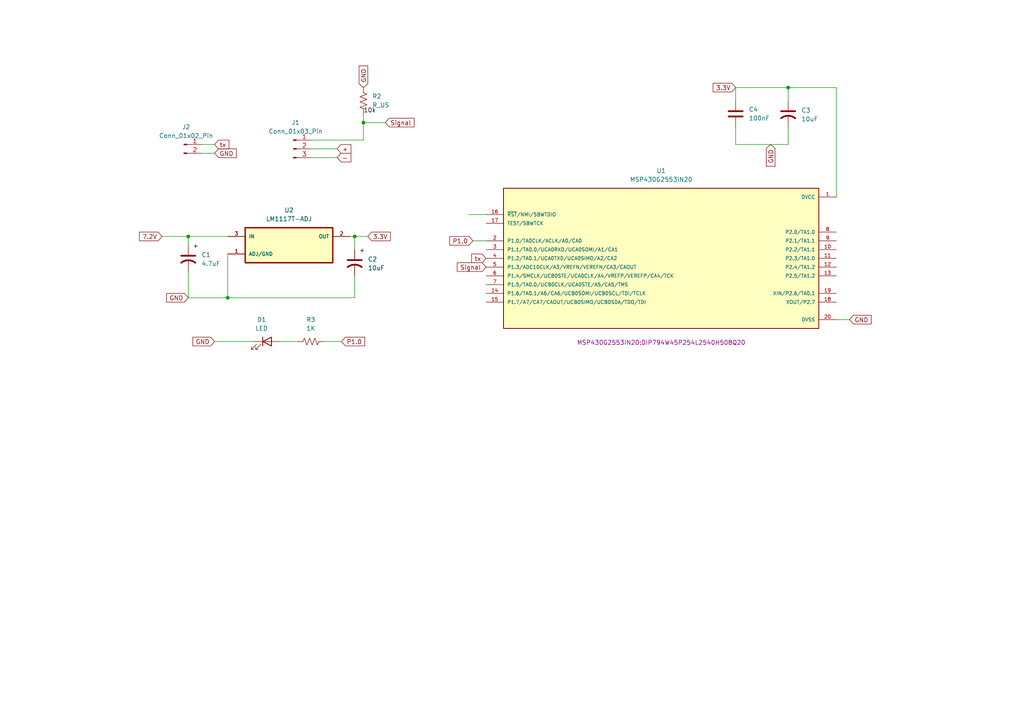
<source format=kicad_sch>
(kicad_sch
	(version 20250114)
	(generator "eeschema")
	(generator_version "9.0")
	(uuid "aa8dd5e5-cd70-4d7b-84d0-dfd98fd0c1b5")
	(paper "A4")
	(lib_symbols
		(symbol "Connector:Conn_01x02_Pin"
			(pin_names
				(offset 1.016)
				(hide yes)
			)
			(exclude_from_sim no)
			(in_bom yes)
			(on_board yes)
			(property "Reference" "J"
				(at 0 2.54 0)
				(effects
					(font
						(size 1.27 1.27)
					)
				)
			)
			(property "Value" "Conn_01x02_Pin"
				(at 0 -5.08 0)
				(effects
					(font
						(size 1.27 1.27)
					)
				)
			)
			(property "Footprint" ""
				(at 0 0 0)
				(effects
					(font
						(size 1.27 1.27)
					)
					(hide yes)
				)
			)
			(property "Datasheet" "~"
				(at 0 0 0)
				(effects
					(font
						(size 1.27 1.27)
					)
					(hide yes)
				)
			)
			(property "Description" "Generic connector, single row, 01x02, script generated"
				(at 0 0 0)
				(effects
					(font
						(size 1.27 1.27)
					)
					(hide yes)
				)
			)
			(property "ki_locked" ""
				(at 0 0 0)
				(effects
					(font
						(size 1.27 1.27)
					)
				)
			)
			(property "ki_keywords" "connector"
				(at 0 0 0)
				(effects
					(font
						(size 1.27 1.27)
					)
					(hide yes)
				)
			)
			(property "ki_fp_filters" "Connector*:*_1x??_*"
				(at 0 0 0)
				(effects
					(font
						(size 1.27 1.27)
					)
					(hide yes)
				)
			)
			(symbol "Conn_01x02_Pin_1_1"
				(rectangle
					(start 0.8636 0.127)
					(end 0 -0.127)
					(stroke
						(width 0.1524)
						(type default)
					)
					(fill
						(type outline)
					)
				)
				(rectangle
					(start 0.8636 -2.413)
					(end 0 -2.667)
					(stroke
						(width 0.1524)
						(type default)
					)
					(fill
						(type outline)
					)
				)
				(polyline
					(pts
						(xy 1.27 0) (xy 0.8636 0)
					)
					(stroke
						(width 0.1524)
						(type default)
					)
					(fill
						(type none)
					)
				)
				(polyline
					(pts
						(xy 1.27 -2.54) (xy 0.8636 -2.54)
					)
					(stroke
						(width 0.1524)
						(type default)
					)
					(fill
						(type none)
					)
				)
				(pin passive line
					(at 5.08 0 180)
					(length 3.81)
					(name "Pin_1"
						(effects
							(font
								(size 1.27 1.27)
							)
						)
					)
					(number "1"
						(effects
							(font
								(size 1.27 1.27)
							)
						)
					)
				)
				(pin passive line
					(at 5.08 -2.54 180)
					(length 3.81)
					(name "Pin_2"
						(effects
							(font
								(size 1.27 1.27)
							)
						)
					)
					(number "2"
						(effects
							(font
								(size 1.27 1.27)
							)
						)
					)
				)
			)
			(embedded_fonts no)
		)
		(symbol "Connector:Conn_01x03_Pin"
			(pin_names
				(offset 1.016)
				(hide yes)
			)
			(exclude_from_sim no)
			(in_bom yes)
			(on_board yes)
			(property "Reference" "J"
				(at 0 5.08 0)
				(effects
					(font
						(size 1.27 1.27)
					)
				)
			)
			(property "Value" "Conn_01x03_Pin"
				(at 0 -5.08 0)
				(effects
					(font
						(size 1.27 1.27)
					)
				)
			)
			(property "Footprint" ""
				(at 0 0 0)
				(effects
					(font
						(size 1.27 1.27)
					)
					(hide yes)
				)
			)
			(property "Datasheet" "~"
				(at 0 0 0)
				(effects
					(font
						(size 1.27 1.27)
					)
					(hide yes)
				)
			)
			(property "Description" "Generic connector, single row, 01x03, script generated"
				(at 0 0 0)
				(effects
					(font
						(size 1.27 1.27)
					)
					(hide yes)
				)
			)
			(property "ki_locked" ""
				(at 0 0 0)
				(effects
					(font
						(size 1.27 1.27)
					)
				)
			)
			(property "ki_keywords" "connector"
				(at 0 0 0)
				(effects
					(font
						(size 1.27 1.27)
					)
					(hide yes)
				)
			)
			(property "ki_fp_filters" "Connector*:*_1x??_*"
				(at 0 0 0)
				(effects
					(font
						(size 1.27 1.27)
					)
					(hide yes)
				)
			)
			(symbol "Conn_01x03_Pin_1_1"
				(rectangle
					(start 0.8636 2.667)
					(end 0 2.413)
					(stroke
						(width 0.1524)
						(type default)
					)
					(fill
						(type outline)
					)
				)
				(rectangle
					(start 0.8636 0.127)
					(end 0 -0.127)
					(stroke
						(width 0.1524)
						(type default)
					)
					(fill
						(type outline)
					)
				)
				(rectangle
					(start 0.8636 -2.413)
					(end 0 -2.667)
					(stroke
						(width 0.1524)
						(type default)
					)
					(fill
						(type outline)
					)
				)
				(polyline
					(pts
						(xy 1.27 2.54) (xy 0.8636 2.54)
					)
					(stroke
						(width 0.1524)
						(type default)
					)
					(fill
						(type none)
					)
				)
				(polyline
					(pts
						(xy 1.27 0) (xy 0.8636 0)
					)
					(stroke
						(width 0.1524)
						(type default)
					)
					(fill
						(type none)
					)
				)
				(polyline
					(pts
						(xy 1.27 -2.54) (xy 0.8636 -2.54)
					)
					(stroke
						(width 0.1524)
						(type default)
					)
					(fill
						(type none)
					)
				)
				(pin passive line
					(at 5.08 2.54 180)
					(length 3.81)
					(name "Pin_1"
						(effects
							(font
								(size 1.27 1.27)
							)
						)
					)
					(number "1"
						(effects
							(font
								(size 1.27 1.27)
							)
						)
					)
				)
				(pin passive line
					(at 5.08 0 180)
					(length 3.81)
					(name "Pin_2"
						(effects
							(font
								(size 1.27 1.27)
							)
						)
					)
					(number "2"
						(effects
							(font
								(size 1.27 1.27)
							)
						)
					)
				)
				(pin passive line
					(at 5.08 -2.54 180)
					(length 3.81)
					(name "Pin_3"
						(effects
							(font
								(size 1.27 1.27)
							)
						)
					)
					(number "3"
						(effects
							(font
								(size 1.27 1.27)
							)
						)
					)
				)
			)
			(embedded_fonts no)
		)
		(symbol "Device:C"
			(pin_numbers
				(hide yes)
			)
			(pin_names
				(offset 0.254)
			)
			(exclude_from_sim no)
			(in_bom yes)
			(on_board yes)
			(property "Reference" "C"
				(at 0.635 2.54 0)
				(effects
					(font
						(size 1.27 1.27)
					)
					(justify left)
				)
			)
			(property "Value" "C"
				(at 0.635 -2.54 0)
				(effects
					(font
						(size 1.27 1.27)
					)
					(justify left)
				)
			)
			(property "Footprint" ""
				(at 0.9652 -3.81 0)
				(effects
					(font
						(size 1.27 1.27)
					)
					(hide yes)
				)
			)
			(property "Datasheet" "~"
				(at 0 0 0)
				(effects
					(font
						(size 1.27 1.27)
					)
					(hide yes)
				)
			)
			(property "Description" "Unpolarized capacitor"
				(at 0 0 0)
				(effects
					(font
						(size 1.27 1.27)
					)
					(hide yes)
				)
			)
			(property "ki_keywords" "cap capacitor"
				(at 0 0 0)
				(effects
					(font
						(size 1.27 1.27)
					)
					(hide yes)
				)
			)
			(property "ki_fp_filters" "C_*"
				(at 0 0 0)
				(effects
					(font
						(size 1.27 1.27)
					)
					(hide yes)
				)
			)
			(symbol "C_0_1"
				(polyline
					(pts
						(xy -2.032 0.762) (xy 2.032 0.762)
					)
					(stroke
						(width 0.508)
						(type default)
					)
					(fill
						(type none)
					)
				)
				(polyline
					(pts
						(xy -2.032 -0.762) (xy 2.032 -0.762)
					)
					(stroke
						(width 0.508)
						(type default)
					)
					(fill
						(type none)
					)
				)
			)
			(symbol "C_1_1"
				(pin passive line
					(at 0 3.81 270)
					(length 2.794)
					(name "~"
						(effects
							(font
								(size 1.27 1.27)
							)
						)
					)
					(number "1"
						(effects
							(font
								(size 1.27 1.27)
							)
						)
					)
				)
				(pin passive line
					(at 0 -3.81 90)
					(length 2.794)
					(name "~"
						(effects
							(font
								(size 1.27 1.27)
							)
						)
					)
					(number "2"
						(effects
							(font
								(size 1.27 1.27)
							)
						)
					)
				)
			)
			(embedded_fonts no)
		)
		(symbol "Device:C_US"
			(pin_numbers
				(hide yes)
			)
			(pin_names
				(offset 0.254)
				(hide yes)
			)
			(exclude_from_sim no)
			(in_bom yes)
			(on_board yes)
			(property "Reference" "C"
				(at 0.635 2.54 0)
				(effects
					(font
						(size 1.27 1.27)
					)
					(justify left)
				)
			)
			(property "Value" "C_US"
				(at 0.635 -2.54 0)
				(effects
					(font
						(size 1.27 1.27)
					)
					(justify left)
				)
			)
			(property "Footprint" ""
				(at 0 0 0)
				(effects
					(font
						(size 1.27 1.27)
					)
					(hide yes)
				)
			)
			(property "Datasheet" ""
				(at 0 0 0)
				(effects
					(font
						(size 1.27 1.27)
					)
					(hide yes)
				)
			)
			(property "Description" "capacitor, US symbol"
				(at 0 0 0)
				(effects
					(font
						(size 1.27 1.27)
					)
					(hide yes)
				)
			)
			(property "ki_keywords" "cap capacitor"
				(at 0 0 0)
				(effects
					(font
						(size 1.27 1.27)
					)
					(hide yes)
				)
			)
			(property "ki_fp_filters" "C_*"
				(at 0 0 0)
				(effects
					(font
						(size 1.27 1.27)
					)
					(hide yes)
				)
			)
			(symbol "C_US_0_1"
				(polyline
					(pts
						(xy -2.032 0.762) (xy 2.032 0.762)
					)
					(stroke
						(width 0.508)
						(type default)
					)
					(fill
						(type none)
					)
				)
				(arc
					(start -2.032 -1.27)
					(mid 0 -0.5572)
					(end 2.032 -1.27)
					(stroke
						(width 0.508)
						(type default)
					)
					(fill
						(type none)
					)
				)
			)
			(symbol "C_US_1_1"
				(pin passive line
					(at 0 3.81 270)
					(length 2.794)
					(name "~"
						(effects
							(font
								(size 1.27 1.27)
							)
						)
					)
					(number "1"
						(effects
							(font
								(size 1.27 1.27)
							)
						)
					)
				)
				(pin passive line
					(at 0 -3.81 90)
					(length 3.302)
					(name "~"
						(effects
							(font
								(size 1.27 1.27)
							)
						)
					)
					(number "2"
						(effects
							(font
								(size 1.27 1.27)
							)
						)
					)
				)
			)
			(embedded_fonts no)
		)
		(symbol "Device:LED"
			(pin_numbers
				(hide yes)
			)
			(pin_names
				(offset 1.016)
				(hide yes)
			)
			(exclude_from_sim no)
			(in_bom yes)
			(on_board yes)
			(property "Reference" "D"
				(at 0 2.54 0)
				(effects
					(font
						(size 1.27 1.27)
					)
				)
			)
			(property "Value" "LED"
				(at 0 -2.54 0)
				(effects
					(font
						(size 1.27 1.27)
					)
				)
			)
			(property "Footprint" ""
				(at 0 0 0)
				(effects
					(font
						(size 1.27 1.27)
					)
					(hide yes)
				)
			)
			(property "Datasheet" "~"
				(at 0 0 0)
				(effects
					(font
						(size 1.27 1.27)
					)
					(hide yes)
				)
			)
			(property "Description" "Light emitting diode"
				(at 0 0 0)
				(effects
					(font
						(size 1.27 1.27)
					)
					(hide yes)
				)
			)
			(property "Sim.Pins" "1=K 2=A"
				(at 0 0 0)
				(effects
					(font
						(size 1.27 1.27)
					)
					(hide yes)
				)
			)
			(property "ki_keywords" "LED diode"
				(at 0 0 0)
				(effects
					(font
						(size 1.27 1.27)
					)
					(hide yes)
				)
			)
			(property "ki_fp_filters" "LED* LED_SMD:* LED_THT:*"
				(at 0 0 0)
				(effects
					(font
						(size 1.27 1.27)
					)
					(hide yes)
				)
			)
			(symbol "LED_0_1"
				(polyline
					(pts
						(xy -3.048 -0.762) (xy -4.572 -2.286) (xy -3.81 -2.286) (xy -4.572 -2.286) (xy -4.572 -1.524)
					)
					(stroke
						(width 0)
						(type default)
					)
					(fill
						(type none)
					)
				)
				(polyline
					(pts
						(xy -1.778 -0.762) (xy -3.302 -2.286) (xy -2.54 -2.286) (xy -3.302 -2.286) (xy -3.302 -1.524)
					)
					(stroke
						(width 0)
						(type default)
					)
					(fill
						(type none)
					)
				)
				(polyline
					(pts
						(xy -1.27 0) (xy 1.27 0)
					)
					(stroke
						(width 0)
						(type default)
					)
					(fill
						(type none)
					)
				)
				(polyline
					(pts
						(xy -1.27 -1.27) (xy -1.27 1.27)
					)
					(stroke
						(width 0.254)
						(type default)
					)
					(fill
						(type none)
					)
				)
				(polyline
					(pts
						(xy 1.27 -1.27) (xy 1.27 1.27) (xy -1.27 0) (xy 1.27 -1.27)
					)
					(stroke
						(width 0.254)
						(type default)
					)
					(fill
						(type none)
					)
				)
			)
			(symbol "LED_1_1"
				(pin passive line
					(at -3.81 0 0)
					(length 2.54)
					(name "K"
						(effects
							(font
								(size 1.27 1.27)
							)
						)
					)
					(number "1"
						(effects
							(font
								(size 1.27 1.27)
							)
						)
					)
				)
				(pin passive line
					(at 3.81 0 180)
					(length 2.54)
					(name "A"
						(effects
							(font
								(size 1.27 1.27)
							)
						)
					)
					(number "2"
						(effects
							(font
								(size 1.27 1.27)
							)
						)
					)
				)
			)
			(embedded_fonts no)
		)
		(symbol "Device:R_US"
			(pin_numbers
				(hide yes)
			)
			(pin_names
				(offset 0)
			)
			(exclude_from_sim no)
			(in_bom yes)
			(on_board yes)
			(property "Reference" "R"
				(at 2.54 0 90)
				(effects
					(font
						(size 1.27 1.27)
					)
				)
			)
			(property "Value" "R_US"
				(at -2.54 0 90)
				(effects
					(font
						(size 1.27 1.27)
					)
				)
			)
			(property "Footprint" ""
				(at 1.016 -0.254 90)
				(effects
					(font
						(size 1.27 1.27)
					)
					(hide yes)
				)
			)
			(property "Datasheet" "~"
				(at 0 0 0)
				(effects
					(font
						(size 1.27 1.27)
					)
					(hide yes)
				)
			)
			(property "Description" "Resistor, US symbol"
				(at 0 0 0)
				(effects
					(font
						(size 1.27 1.27)
					)
					(hide yes)
				)
			)
			(property "ki_keywords" "R res resistor"
				(at 0 0 0)
				(effects
					(font
						(size 1.27 1.27)
					)
					(hide yes)
				)
			)
			(property "ki_fp_filters" "R_*"
				(at 0 0 0)
				(effects
					(font
						(size 1.27 1.27)
					)
					(hide yes)
				)
			)
			(symbol "R_US_0_1"
				(polyline
					(pts
						(xy 0 2.286) (xy 0 2.54)
					)
					(stroke
						(width 0)
						(type default)
					)
					(fill
						(type none)
					)
				)
				(polyline
					(pts
						(xy 0 2.286) (xy 1.016 1.905) (xy 0 1.524) (xy -1.016 1.143) (xy 0 0.762)
					)
					(stroke
						(width 0)
						(type default)
					)
					(fill
						(type none)
					)
				)
				(polyline
					(pts
						(xy 0 0.762) (xy 1.016 0.381) (xy 0 0) (xy -1.016 -0.381) (xy 0 -0.762)
					)
					(stroke
						(width 0)
						(type default)
					)
					(fill
						(type none)
					)
				)
				(polyline
					(pts
						(xy 0 -0.762) (xy 1.016 -1.143) (xy 0 -1.524) (xy -1.016 -1.905) (xy 0 -2.286)
					)
					(stroke
						(width 0)
						(type default)
					)
					(fill
						(type none)
					)
				)
				(polyline
					(pts
						(xy 0 -2.286) (xy 0 -2.54)
					)
					(stroke
						(width 0)
						(type default)
					)
					(fill
						(type none)
					)
				)
			)
			(symbol "R_US_1_1"
				(pin passive line
					(at 0 3.81 270)
					(length 1.27)
					(name "~"
						(effects
							(font
								(size 1.27 1.27)
							)
						)
					)
					(number "1"
						(effects
							(font
								(size 1.27 1.27)
							)
						)
					)
				)
				(pin passive line
					(at 0 -3.81 90)
					(length 1.27)
					(name "~"
						(effects
							(font
								(size 1.27 1.27)
							)
						)
					)
					(number "2"
						(effects
							(font
								(size 1.27 1.27)
							)
						)
					)
				)
			)
			(embedded_fonts no)
		)
		(symbol "LM1117T-ADJ:LM1117T-ADJ"
			(pin_names
				(offset 1.016)
			)
			(exclude_from_sim no)
			(in_bom yes)
			(on_board yes)
			(property "Reference" "U"
				(at -12.7 6.08 0)
				(effects
					(font
						(size 1.27 1.27)
					)
					(justify left bottom)
				)
			)
			(property "Value" "LM1117T-ADJ"
				(at -12.7 -9.08 0)
				(effects
					(font
						(size 1.27 1.27)
					)
					(justify left bottom)
				)
			)
			(property "Footprint" "LM1117T-ADJ:TO254P1054X470X1955-3"
				(at 0 0 0)
				(effects
					(font
						(size 1.27 1.27)
					)
					(justify bottom)
					(hide yes)
				)
			)
			(property "Datasheet" ""
				(at 0 0 0)
				(effects
					(font
						(size 1.27 1.27)
					)
					(hide yes)
				)
			)
			(property "Description" ""
				(at 0 0 0)
				(effects
					(font
						(size 1.27 1.27)
					)
					(hide yes)
				)
			)
			(property "MF" "Texas Instruments"
				(at 0 0 0)
				(effects
					(font
						(size 1.27 1.27)
					)
					(justify bottom)
					(hide yes)
				)
			)
			(property "Description_1" "800-mA 15-V linear voltage regulator"
				(at 0 0 0)
				(effects
					(font
						(size 1.27 1.27)
					)
					(justify bottom)
					(hide yes)
				)
			)
			(property "Package" "TO-220-3 Texas Instruments"
				(at 0 0 0)
				(effects
					(font
						(size 1.27 1.27)
					)
					(justify bottom)
					(hide yes)
				)
			)
			(property "Price" "None"
				(at 0 0 0)
				(effects
					(font
						(size 1.27 1.27)
					)
					(justify bottom)
					(hide yes)
				)
			)
			(property "SnapEDA_Link" "https://www.snapeda.com/parts/LM1117T-ADJ/NOPB/Texas+Instruments/view-part/?ref=snap"
				(at 0 0 0)
				(effects
					(font
						(size 1.27 1.27)
					)
					(justify bottom)
					(hide yes)
				)
			)
			(property "MP" "LM1117T-ADJ/NOPB"
				(at 0 0 0)
				(effects
					(font
						(size 1.27 1.27)
					)
					(justify bottom)
					(hide yes)
				)
			)
			(property "Availability" "In Stock"
				(at 0 0 0)
				(effects
					(font
						(size 1.27 1.27)
					)
					(justify bottom)
					(hide yes)
				)
			)
			(property "Check_prices" "https://www.snapeda.com/parts/LM1117T-ADJ/NOPB/Texas+Instruments/view-part/?ref=eda"
				(at 0 0 0)
				(effects
					(font
						(size 1.27 1.27)
					)
					(justify bottom)
					(hide yes)
				)
			)
			(symbol "LM1117T-ADJ_0_0"
				(rectangle
					(start -12.7 -5.08)
					(end 12.7 5.08)
					(stroke
						(width 0.41)
						(type default)
					)
					(fill
						(type background)
					)
				)
				(pin input line
					(at -17.78 2.54 0)
					(length 5.08)
					(name "IN"
						(effects
							(font
								(size 1.016 1.016)
							)
						)
					)
					(number "3"
						(effects
							(font
								(size 1.016 1.016)
							)
						)
					)
				)
				(pin bidirectional line
					(at -17.78 -2.54 0)
					(length 5.08)
					(name "ADJ/GND"
						(effects
							(font
								(size 1.016 1.016)
							)
						)
					)
					(number "1"
						(effects
							(font
								(size 1.016 1.016)
							)
						)
					)
				)
				(pin output line
					(at 17.78 2.54 180)
					(length 5.08)
					(name "OUT"
						(effects
							(font
								(size 1.016 1.016)
							)
						)
					)
					(number "2"
						(effects
							(font
								(size 1.016 1.016)
							)
						)
					)
				)
			)
			(embedded_fonts no)
		)
		(symbol "MSP430G2553IN20:MSP430G2553IN20"
			(pin_names
				(offset 1.016)
			)
			(exclude_from_sim no)
			(in_bom yes)
			(on_board yes)
			(property "Reference" "U"
				(at -45.928 21.3908 0)
				(effects
					(font
						(size 1.27 1.27)
					)
					(justify left bottom)
				)
			)
			(property "Value" "MSP430G2553IN20"
				(at -45.7672 -24.3399 0)
				(effects
					(font
						(size 1.27 1.27)
					)
					(justify left bottom)
				)
			)
			(property "Footprint" "MSP430G2553IN20:DIP794W45P254L2540H508Q20"
				(at 0 0 0)
				(effects
					(font
						(size 1.27 1.27)
					)
					(justify bottom)
					(hide yes)
				)
			)
			(property "Datasheet" ""
				(at 0 0 0)
				(effects
					(font
						(size 1.27 1.27)
					)
					(hide yes)
				)
			)
			(property "Description" ""
				(at 0 0 0)
				(effects
					(font
						(size 1.27 1.27)
					)
					(hide yes)
				)
			)
			(property "MF" "Texas Instruments"
				(at 0 0 0)
				(effects
					(font
						(size 1.27 1.27)
					)
					(justify bottom)
					(hide yes)
				)
			)
			(property "MAXIMUM_PACKAGE_HEIGHT" "5.08 mm"
				(at 0 0 0)
				(effects
					(font
						(size 1.27 1.27)
					)
					(justify bottom)
					(hide yes)
				)
			)
			(property "Package" "PDIP-20 Texas Instruments"
				(at 0 0 0)
				(effects
					(font
						(size 1.27 1.27)
					)
					(justify bottom)
					(hide yes)
				)
			)
			(property "Price" "None"
				(at 0 0 0)
				(effects
					(font
						(size 1.27 1.27)
					)
					(justify bottom)
					(hide yes)
				)
			)
			(property "Check_prices" "https://www.snapeda.com/parts/MSP430G2553IN20/Texas+Instruments/view-part/?ref=eda"
				(at 0 0 0)
				(effects
					(font
						(size 1.27 1.27)
					)
					(justify bottom)
					(hide yes)
				)
			)
			(property "STANDARD" "IPC-7351B"
				(at 0 0 0)
				(effects
					(font
						(size 1.27 1.27)
					)
					(justify bottom)
					(hide yes)
				)
			)
			(property "PARTREV" "MAY 2013"
				(at 0 0 0)
				(effects
					(font
						(size 1.27 1.27)
					)
					(justify bottom)
					(hide yes)
				)
			)
			(property "SnapEDA_Link" "https://www.snapeda.com/parts/MSP430G2553IN20/Texas+Instruments/view-part/?ref=snap"
				(at 0 0 0)
				(effects
					(font
						(size 1.27 1.27)
					)
					(justify bottom)
					(hide yes)
				)
			)
			(property "MP" "MSP430G2553IN20"
				(at 0 0 0)
				(effects
					(font
						(size 1.27 1.27)
					)
					(justify bottom)
					(hide yes)
				)
			)
			(property "Description_1" "16 MHz MCU with 16KB Flash, 512B SRAM, comparator, UART/SPI/I2C, timer"
				(at 0 0 0)
				(effects
					(font
						(size 1.27 1.27)
					)
					(justify bottom)
					(hide yes)
				)
			)
			(property "Availability" "In Stock"
				(at 0 0 0)
				(effects
					(font
						(size 1.27 1.27)
					)
					(justify bottom)
					(hide yes)
				)
			)
			(property "MANUFACTURER" "Texas Instruments"
				(at 0 0 0)
				(effects
					(font
						(size 1.27 1.27)
					)
					(justify bottom)
					(hide yes)
				)
			)
			(symbol "MSP430G2553IN20_0_0"
				(rectangle
					(start -45.72 -20.32)
					(end 45.72 20.32)
					(stroke
						(width 0.254)
						(type default)
					)
					(fill
						(type background)
					)
				)
				(pin input line
					(at -50.8 12.7 0)
					(length 5.08)
					(name "~{RST}/NMI/SBWTDIO"
						(effects
							(font
								(size 1.016 1.016)
							)
						)
					)
					(number "16"
						(effects
							(font
								(size 1.016 1.016)
							)
						)
					)
				)
				(pin input line
					(at -50.8 10.16 0)
					(length 5.08)
					(name "TEST/SBWTCK"
						(effects
							(font
								(size 1.016 1.016)
							)
						)
					)
					(number "17"
						(effects
							(font
								(size 1.016 1.016)
							)
						)
					)
				)
				(pin bidirectional line
					(at -50.8 5.08 0)
					(length 5.08)
					(name "P1.0/TA0CLK/ACLK/A0/CA0"
						(effects
							(font
								(size 1.016 1.016)
							)
						)
					)
					(number "2"
						(effects
							(font
								(size 1.016 1.016)
							)
						)
					)
				)
				(pin bidirectional line
					(at -50.8 2.54 0)
					(length 5.08)
					(name "P1.1/TA0.0/UCA0RXD/UCA0SOMI/A1/CA1"
						(effects
							(font
								(size 1.016 1.016)
							)
						)
					)
					(number "3"
						(effects
							(font
								(size 1.016 1.016)
							)
						)
					)
				)
				(pin bidirectional line
					(at -50.8 0 0)
					(length 5.08)
					(name "P1.2/TA0.1/UCA0TXD/UCA0SIMO/A2/CA2"
						(effects
							(font
								(size 1.016 1.016)
							)
						)
					)
					(number "4"
						(effects
							(font
								(size 1.016 1.016)
							)
						)
					)
				)
				(pin bidirectional line
					(at -50.8 -2.54 0)
					(length 5.08)
					(name "P1.3/ADC10CLK/A3/VREFN/VEREFN/CA3/CAOUT"
						(effects
							(font
								(size 1.016 1.016)
							)
						)
					)
					(number "5"
						(effects
							(font
								(size 1.016 1.016)
							)
						)
					)
				)
				(pin bidirectional line
					(at -50.8 -5.08 0)
					(length 5.08)
					(name "P1.4/SMCLK/UCB0STE/UCA0CLK/A4/VREFP/VEREFP/CA4/TCK"
						(effects
							(font
								(size 1.016 1.016)
							)
						)
					)
					(number "6"
						(effects
							(font
								(size 1.016 1.016)
							)
						)
					)
				)
				(pin bidirectional line
					(at -50.8 -7.62 0)
					(length 5.08)
					(name "P1.5/TA0.0/UCB0CLK/UCA0STE/A5/CA5/TMS"
						(effects
							(font
								(size 1.016 1.016)
							)
						)
					)
					(number "7"
						(effects
							(font
								(size 1.016 1.016)
							)
						)
					)
				)
				(pin bidirectional line
					(at -50.8 -10.16 0)
					(length 5.08)
					(name "P1.6/TA0.1/A6/CA6/UCB0SOMI/UCB0SCL/TDI/TCLK"
						(effects
							(font
								(size 1.016 1.016)
							)
						)
					)
					(number "14"
						(effects
							(font
								(size 1.016 1.016)
							)
						)
					)
				)
				(pin bidirectional line
					(at -50.8 -12.7 0)
					(length 5.08)
					(name "P1.7/A7/CA7/CAOUT/UCB0SIMO/UCB0SDA/TDO/TDI"
						(effects
							(font
								(size 1.016 1.016)
							)
						)
					)
					(number "15"
						(effects
							(font
								(size 1.016 1.016)
							)
						)
					)
				)
				(pin power_in line
					(at 50.8 17.78 180)
					(length 5.08)
					(name "DVCC"
						(effects
							(font
								(size 1.016 1.016)
							)
						)
					)
					(number "1"
						(effects
							(font
								(size 1.016 1.016)
							)
						)
					)
				)
				(pin bidirectional line
					(at 50.8 7.62 180)
					(length 5.08)
					(name "P2.0/TA1.0"
						(effects
							(font
								(size 1.016 1.016)
							)
						)
					)
					(number "8"
						(effects
							(font
								(size 1.016 1.016)
							)
						)
					)
				)
				(pin bidirectional line
					(at 50.8 5.08 180)
					(length 5.08)
					(name "P2.1/TA1.1"
						(effects
							(font
								(size 1.016 1.016)
							)
						)
					)
					(number "9"
						(effects
							(font
								(size 1.016 1.016)
							)
						)
					)
				)
				(pin bidirectional line
					(at 50.8 2.54 180)
					(length 5.08)
					(name "P2.2/TA1.1"
						(effects
							(font
								(size 1.016 1.016)
							)
						)
					)
					(number "10"
						(effects
							(font
								(size 1.016 1.016)
							)
						)
					)
				)
				(pin bidirectional line
					(at 50.8 0 180)
					(length 5.08)
					(name "P2.3/TA1.0"
						(effects
							(font
								(size 1.016 1.016)
							)
						)
					)
					(number "11"
						(effects
							(font
								(size 1.016 1.016)
							)
						)
					)
				)
				(pin bidirectional line
					(at 50.8 -2.54 180)
					(length 5.08)
					(name "P2.4/TA1.2"
						(effects
							(font
								(size 1.016 1.016)
							)
						)
					)
					(number "12"
						(effects
							(font
								(size 1.016 1.016)
							)
						)
					)
				)
				(pin bidirectional line
					(at 50.8 -5.08 180)
					(length 5.08)
					(name "P2.5/TA1.2"
						(effects
							(font
								(size 1.016 1.016)
							)
						)
					)
					(number "13"
						(effects
							(font
								(size 1.016 1.016)
							)
						)
					)
				)
				(pin bidirectional line
					(at 50.8 -10.16 180)
					(length 5.08)
					(name "XIN/P2.6/TA0.1"
						(effects
							(font
								(size 1.016 1.016)
							)
						)
					)
					(number "19"
						(effects
							(font
								(size 1.016 1.016)
							)
						)
					)
				)
				(pin bidirectional line
					(at 50.8 -12.7 180)
					(length 5.08)
					(name "XOUT/P2.7"
						(effects
							(font
								(size 1.016 1.016)
							)
						)
					)
					(number "18"
						(effects
							(font
								(size 1.016 1.016)
							)
						)
					)
				)
				(pin power_in line
					(at 50.8 -17.78 180)
					(length 5.08)
					(name "DVSS"
						(effects
							(font
								(size 1.016 1.016)
							)
						)
					)
					(number "20"
						(effects
							(font
								(size 1.016 1.016)
							)
						)
					)
				)
			)
			(embedded_fonts no)
		)
	)
	(junction
		(at 66.04 86.36)
		(diameter 0)
		(color 0 0 0 0)
		(uuid "444192eb-a0a4-47df-afe6-b770959794fd")
	)
	(junction
		(at 102.87 68.58)
		(diameter 0)
		(color 0 0 0 0)
		(uuid "5366fa0f-680a-4d27-9606-c67f85a4c79c")
	)
	(junction
		(at 228.6 25.4)
		(diameter 0)
		(color 0 0 0 0)
		(uuid "8738a528-e577-4baa-a954-dc5c1eb4a721")
	)
	(junction
		(at 105.41 35.56)
		(diameter 0)
		(color 0 0 0 0)
		(uuid "b05c1629-d52a-4f34-8bc5-77ac3528f23f")
	)
	(junction
		(at 54.61 68.58)
		(diameter 0)
		(color 0 0 0 0)
		(uuid "e651c603-d0d6-418c-b573-9b5009b51d80")
	)
	(wire
		(pts
			(xy 213.36 36.83) (xy 213.36 41.91)
		)
		(stroke
			(width 0)
			(type default)
		)
		(uuid "0224b1e9-9bf6-4f67-9672-12eb4578030d")
	)
	(wire
		(pts
			(xy 97.79 45.72) (xy 90.17 45.72)
		)
		(stroke
			(width 0)
			(type default)
		)
		(uuid "04e0c225-0652-41b0-9eae-9ac5426d1959")
	)
	(wire
		(pts
			(xy 105.41 35.56) (xy 111.76 35.56)
		)
		(stroke
			(width 0)
			(type default)
		)
		(uuid "0e94a27c-2c3e-4a02-b9a8-9d817fc117d8")
	)
	(wire
		(pts
			(xy 54.61 68.58) (xy 66.04 68.58)
		)
		(stroke
			(width 0)
			(type default)
		)
		(uuid "13e22c42-6242-4fbf-99fc-28b376f62209")
	)
	(wire
		(pts
			(xy 105.41 35.56) (xy 105.41 40.64)
		)
		(stroke
			(width 0)
			(type default)
		)
		(uuid "1889916a-0b74-4076-9989-ac9b61c2b159")
	)
	(wire
		(pts
			(xy 135.89 62.23) (xy 140.97 62.23)
		)
		(stroke
			(width 0)
			(type default)
		)
		(uuid "411e3b28-7686-4669-a4ad-bd922a239871")
	)
	(wire
		(pts
			(xy 102.87 68.58) (xy 101.6 68.58)
		)
		(stroke
			(width 0)
			(type default)
		)
		(uuid "45a80d77-fca5-4e97-a9aa-c21584410046")
	)
	(wire
		(pts
			(xy 105.41 33.02) (xy 105.41 35.56)
		)
		(stroke
			(width 0)
			(type default)
		)
		(uuid "49fb0514-5287-43e3-93e6-9aa1b38b5a4e")
	)
	(wire
		(pts
			(xy 86.36 99.06) (xy 81.28 99.06)
		)
		(stroke
			(width 0)
			(type default)
		)
		(uuid "4a44c8d8-eaef-46fc-b4d7-68c40f53345a")
	)
	(wire
		(pts
			(xy 62.23 44.45) (xy 58.42 44.45)
		)
		(stroke
			(width 0)
			(type default)
		)
		(uuid "4a7bf972-cc8e-4a06-94a6-319bde0c189e")
	)
	(wire
		(pts
			(xy 213.36 29.21) (xy 213.36 25.4)
		)
		(stroke
			(width 0)
			(type default)
		)
		(uuid "4e15262e-20ae-4b5f-8949-0a65bc2e1a7f")
	)
	(wire
		(pts
			(xy 228.6 41.91) (xy 228.6 36.83)
		)
		(stroke
			(width 0)
			(type default)
		)
		(uuid "52875225-39a9-4c15-84b3-f5759fd8326e")
	)
	(wire
		(pts
			(xy 242.57 57.15) (xy 242.57 25.4)
		)
		(stroke
			(width 0)
			(type default)
		)
		(uuid "57ef07b4-9d61-4943-8783-a9f48e48aa91")
	)
	(wire
		(pts
			(xy 106.68 68.58) (xy 102.87 68.58)
		)
		(stroke
			(width 0)
			(type default)
		)
		(uuid "605d08b8-787d-4e75-8707-9434d8a1387e")
	)
	(wire
		(pts
			(xy 66.04 73.66) (xy 66.04 86.36)
		)
		(stroke
			(width 0)
			(type default)
		)
		(uuid "7bc39041-0236-474b-88cf-aa2eb41bc767")
	)
	(wire
		(pts
			(xy 213.36 41.91) (xy 228.6 41.91)
		)
		(stroke
			(width 0)
			(type default)
		)
		(uuid "84931648-ecf8-4fe0-b6fa-0071910204f6")
	)
	(wire
		(pts
			(xy 90.17 40.64) (xy 105.41 40.64)
		)
		(stroke
			(width 0)
			(type default)
		)
		(uuid "87af8a9e-81f5-4930-8c1d-e3c2c17ca43b")
	)
	(wire
		(pts
			(xy 62.23 99.06) (xy 73.66 99.06)
		)
		(stroke
			(width 0)
			(type default)
		)
		(uuid "9064f45c-477c-4150-a962-49f06de5817d")
	)
	(wire
		(pts
			(xy 62.23 41.91) (xy 58.42 41.91)
		)
		(stroke
			(width 0)
			(type default)
		)
		(uuid "99f099f5-a727-4473-a439-c8b737391bc4")
	)
	(wire
		(pts
			(xy 102.87 72.39) (xy 102.87 68.58)
		)
		(stroke
			(width 0)
			(type default)
		)
		(uuid "9d96930f-b643-4dae-8f4b-5c2280c34c3a")
	)
	(wire
		(pts
			(xy 213.36 25.4) (xy 228.6 25.4)
		)
		(stroke
			(width 0)
			(type default)
		)
		(uuid "a2e85dfd-3677-43e0-8e15-c306cc691dad")
	)
	(wire
		(pts
			(xy 54.61 71.12) (xy 54.61 68.58)
		)
		(stroke
			(width 0)
			(type default)
		)
		(uuid "a9f452e5-c727-4ed4-818c-b28c47624799")
	)
	(wire
		(pts
			(xy 228.6 25.4) (xy 228.6 29.21)
		)
		(stroke
			(width 0)
			(type default)
		)
		(uuid "b049c9e9-377c-41b6-b00b-8c5b950f6323")
	)
	(wire
		(pts
			(xy 54.61 78.74) (xy 54.61 86.36)
		)
		(stroke
			(width 0)
			(type default)
		)
		(uuid "b09d7f90-1d23-43a3-b41f-4f5fddf4c8d3")
	)
	(wire
		(pts
			(xy 46.99 68.58) (xy 54.61 68.58)
		)
		(stroke
			(width 0)
			(type default)
		)
		(uuid "b58b0f7c-1f51-43d5-b1dc-935145249689")
	)
	(wire
		(pts
			(xy 54.61 86.36) (xy 66.04 86.36)
		)
		(stroke
			(width 0)
			(type default)
		)
		(uuid "b7e914b4-b749-4104-947a-22ead6a3fd72")
	)
	(wire
		(pts
			(xy 246.38 92.71) (xy 242.57 92.71)
		)
		(stroke
			(width 0)
			(type default)
		)
		(uuid "bab24b0d-4931-4783-a677-27172946292f")
	)
	(wire
		(pts
			(xy 228.6 25.4) (xy 242.57 25.4)
		)
		(stroke
			(width 0)
			(type default)
		)
		(uuid "bb9d85c3-9cca-4013-98ec-3f3b6fa0a219")
	)
	(wire
		(pts
			(xy 102.87 80.01) (xy 102.87 86.36)
		)
		(stroke
			(width 0)
			(type default)
		)
		(uuid "c4e9401e-e90e-4944-87b0-635150f7e111")
	)
	(wire
		(pts
			(xy 137.16 69.85) (xy 140.97 69.85)
		)
		(stroke
			(width 0)
			(type default)
		)
		(uuid "c6c3af63-1930-4c29-9c45-f90c9ccb07aa")
	)
	(wire
		(pts
			(xy 97.79 43.18) (xy 90.17 43.18)
		)
		(stroke
			(width 0)
			(type default)
		)
		(uuid "c7d0a3d6-2968-43c0-a7e6-4f2237641898")
	)
	(wire
		(pts
			(xy 99.06 99.06) (xy 93.98 99.06)
		)
		(stroke
			(width 0)
			(type default)
		)
		(uuid "d17aa996-d754-4278-8d91-c653b808cdb4")
	)
	(wire
		(pts
			(xy 66.04 86.36) (xy 102.87 86.36)
		)
		(stroke
			(width 0)
			(type default)
		)
		(uuid "e2b0f010-faec-4931-81f5-7b80ceaa98a8")
	)
	(label "10k"
		(at 105.41 33.02 0)
		(effects
			(font
				(size 1.27 1.27)
			)
			(justify left bottom)
		)
		(uuid "5531e297-7b8d-4be9-b8e8-c8f6357962e8")
	)
	(label "+"
		(at 104.14 73.66 0)
		(effects
			(font
				(size 1.27 1.27)
			)
			(justify left bottom)
		)
		(uuid "6f501a75-5ead-42ed-9a9b-f23d69ba6d33")
	)
	(label "+"
		(at 55.88 72.39 0)
		(effects
			(font
				(size 1.27 1.27)
			)
			(justify left bottom)
		)
		(uuid "a2810492-1b56-4c30-addd-b8e9a3813892")
	)
	(global_label "GND"
		(shape input)
		(at 62.23 99.06 180)
		(fields_autoplaced yes)
		(effects
			(font
				(size 1.27 1.27)
			)
			(justify right)
		)
		(uuid "04685ecb-72e3-4501-aa1a-70ef9759167a")
		(property "Intersheetrefs" "${INTERSHEET_REFS}"
			(at 55.3743 99.06 0)
			(effects
				(font
					(size 1.27 1.27)
				)
				(justify right)
				(hide yes)
			)
		)
	)
	(global_label "Signal"
		(shape input)
		(at 111.76 35.56 0)
		(fields_autoplaced yes)
		(effects
			(font
				(size 1.27 1.27)
			)
			(justify left)
		)
		(uuid "06838ede-9c5f-471d-b8f3-b946ad2973c2")
		(property "Intersheetrefs" "${INTERSHEET_REFS}"
			(at 120.6717 35.56 0)
			(effects
				(font
					(size 1.27 1.27)
				)
				(justify left)
				(hide yes)
			)
		)
	)
	(global_label "+"
		(shape input)
		(at 97.79 43.18 0)
		(fields_autoplaced yes)
		(effects
			(font
				(size 1.27 1.27)
			)
			(justify left)
		)
		(uuid "2f0b2f78-af72-4d28-80b3-e7c5e414198f")
		(property "Intersheetrefs" "${INTERSHEET_REFS}"
			(at 102.3476 43.18 0)
			(effects
				(font
					(size 1.27 1.27)
				)
				(justify left)
				(hide yes)
			)
		)
	)
	(global_label "GND"
		(shape input)
		(at 105.41 25.4 90)
		(fields_autoplaced yes)
		(effects
			(font
				(size 1.27 1.27)
			)
			(justify left)
		)
		(uuid "518399c1-ca7f-4ae7-8414-3af5172bac26")
		(property "Intersheetrefs" "${INTERSHEET_REFS}"
			(at 105.41 18.5443 90)
			(effects
				(font
					(size 1.27 1.27)
				)
				(justify left)
				(hide yes)
			)
		)
	)
	(global_label "7.2V"
		(shape input)
		(at 46.99 68.58 180)
		(fields_autoplaced yes)
		(effects
			(font
				(size 1.27 1.27)
			)
			(justify right)
		)
		(uuid "52aa45c3-5b6e-4f5e-9d8b-1882adfbd586")
		(property "Intersheetrefs" "${INTERSHEET_REFS}"
			(at 39.8924 68.58 0)
			(effects
				(font
					(size 1.27 1.27)
				)
				(justify right)
				(hide yes)
			)
		)
	)
	(global_label "GND"
		(shape input)
		(at 62.23 44.45 0)
		(fields_autoplaced yes)
		(effects
			(font
				(size 1.27 1.27)
			)
			(justify left)
		)
		(uuid "56ff8119-7d19-4eb4-8152-bc3eee54a7b8")
		(property "Intersheetrefs" "${INTERSHEET_REFS}"
			(at 69.0857 44.45 0)
			(effects
				(font
					(size 1.27 1.27)
				)
				(justify left)
				(hide yes)
			)
		)
	)
	(global_label "P1.0"
		(shape input)
		(at 137.16 69.85 180)
		(fields_autoplaced yes)
		(effects
			(font
				(size 1.27 1.27)
			)
			(justify right)
		)
		(uuid "5d461af5-0adb-47fd-a4cc-9df509ca8dd8")
		(property "Intersheetrefs" "${INTERSHEET_REFS}"
			(at 129.881 69.85 0)
			(effects
				(font
					(size 1.27 1.27)
				)
				(justify right)
				(hide yes)
			)
		)
	)
	(global_label "GND"
		(shape input)
		(at 54.61 86.36 180)
		(fields_autoplaced yes)
		(effects
			(font
				(size 1.27 1.27)
			)
			(justify right)
		)
		(uuid "6a46386c-a4a2-4010-87e2-292ea5316731")
		(property "Intersheetrefs" "${INTERSHEET_REFS}"
			(at 47.7543 86.36 0)
			(effects
				(font
					(size 1.27 1.27)
				)
				(justify right)
				(hide yes)
			)
		)
	)
	(global_label "P1.0"
		(shape input)
		(at 99.06 99.06 0)
		(fields_autoplaced yes)
		(effects
			(font
				(size 1.27 1.27)
			)
			(justify left)
		)
		(uuid "7b5b8154-9982-4b2b-b38c-dbf16f9b0851")
		(property "Intersheetrefs" "${INTERSHEET_REFS}"
			(at 106.339 99.06 0)
			(effects
				(font
					(size 1.27 1.27)
				)
				(justify left)
				(hide yes)
			)
		)
	)
	(global_label "GND"
		(shape input)
		(at 246.38 92.71 0)
		(fields_autoplaced yes)
		(effects
			(font
				(size 1.27 1.27)
			)
			(justify left)
		)
		(uuid "85e0df71-a730-4407-9d9f-48cefbe491de")
		(property "Intersheetrefs" "${INTERSHEET_REFS}"
			(at 253.2357 92.71 0)
			(effects
				(font
					(size 1.27 1.27)
				)
				(justify left)
				(hide yes)
			)
		)
	)
	(global_label "Signal"
		(shape input)
		(at 140.97 77.47 180)
		(fields_autoplaced yes)
		(effects
			(font
				(size 1.27 1.27)
			)
			(justify right)
		)
		(uuid "909ae6e3-cbbc-4853-b416-d0556c42d39e")
		(property "Intersheetrefs" "${INTERSHEET_REFS}"
			(at 132.0583 77.47 0)
			(effects
				(font
					(size 1.27 1.27)
				)
				(justify right)
				(hide yes)
			)
		)
	)
	(global_label "tx"
		(shape input)
		(at 62.23 41.91 0)
		(fields_autoplaced yes)
		(effects
			(font
				(size 1.27 1.27)
			)
			(justify left)
		)
		(uuid "9c049302-f5a8-4b5b-b654-6b7af1cf9a65")
		(property "Intersheetrefs" "${INTERSHEET_REFS}"
			(at 66.969 41.91 0)
			(effects
				(font
					(size 1.27 1.27)
				)
				(justify left)
				(hide yes)
			)
		)
	)
	(global_label "tx"
		(shape input)
		(at 140.97 74.93 180)
		(fields_autoplaced yes)
		(effects
			(font
				(size 1.27 1.27)
			)
			(justify right)
		)
		(uuid "ad867f6d-216a-4ec8-83cf-6cbc40acaab8")
		(property "Intersheetrefs" "${INTERSHEET_REFS}"
			(at 136.231 74.93 0)
			(effects
				(font
					(size 1.27 1.27)
				)
				(justify right)
				(hide yes)
			)
		)
	)
	(global_label "3.3V"
		(shape input)
		(at 106.68 68.58 0)
		(fields_autoplaced yes)
		(effects
			(font
				(size 1.27 1.27)
			)
			(justify left)
		)
		(uuid "b4826200-5264-4d3e-95a7-084b234c3a24")
		(property "Intersheetrefs" "${INTERSHEET_REFS}"
			(at 113.7776 68.58 0)
			(effects
				(font
					(size 1.27 1.27)
				)
				(justify left)
				(hide yes)
			)
		)
	)
	(global_label "3.3V"
		(shape input)
		(at 213.36 25.4 180)
		(fields_autoplaced yes)
		(effects
			(font
				(size 1.27 1.27)
			)
			(justify right)
		)
		(uuid "dbe7bf86-aac9-47e1-ba3b-89660006bf39")
		(property "Intersheetrefs" "${INTERSHEET_REFS}"
			(at 206.2624 25.4 0)
			(effects
				(font
					(size 1.27 1.27)
				)
				(justify right)
				(hide yes)
			)
		)
	)
	(global_label "-"
		(shape input)
		(at 97.79 45.72 0)
		(fields_autoplaced yes)
		(effects
			(font
				(size 1.27 1.27)
			)
			(justify left)
		)
		(uuid "ed7c497a-41a4-4239-803c-8443ad1a7e5f")
		(property "Intersheetrefs" "${INTERSHEET_REFS}"
			(at 102.3476 45.72 0)
			(effects
				(font
					(size 1.27 1.27)
				)
				(justify left)
				(hide yes)
			)
		)
	)
	(global_label "GND"
		(shape input)
		(at 223.52 41.91 270)
		(fields_autoplaced yes)
		(effects
			(font
				(size 1.27 1.27)
			)
			(justify right)
		)
		(uuid "f55fa886-2636-4f2e-9ba1-8b27fc380a23")
		(property "Intersheetrefs" "${INTERSHEET_REFS}"
			(at 223.52 48.7657 90)
			(effects
				(font
					(size 1.27 1.27)
				)
				(justify right)
				(hide yes)
			)
		)
	)
	(symbol
		(lib_id "Device:LED")
		(at 77.47 99.06 0)
		(unit 1)
		(exclude_from_sim no)
		(in_bom yes)
		(on_board yes)
		(dnp no)
		(fields_autoplaced yes)
		(uuid "057a699e-d7a9-4961-85dc-9a90b7d1ce5c")
		(property "Reference" "D1"
			(at 75.8825 92.71 0)
			(effects
				(font
					(size 1.27 1.27)
				)
			)
		)
		(property "Value" "LED"
			(at 75.8825 95.25 0)
			(effects
				(font
					(size 1.27 1.27)
				)
			)
		)
		(property "Footprint" ""
			(at 77.47 99.06 0)
			(effects
				(font
					(size 1.27 1.27)
				)
				(hide yes)
			)
		)
		(property "Datasheet" "~"
			(at 77.47 99.06 0)
			(effects
				(font
					(size 1.27 1.27)
				)
				(hide yes)
			)
		)
		(property "Description" "Light emitting diode"
			(at 77.47 99.06 0)
			(effects
				(font
					(size 1.27 1.27)
				)
				(hide yes)
			)
		)
		(property "Sim.Pins" "1=K 2=A"
			(at 77.47 99.06 0)
			(effects
				(font
					(size 1.27 1.27)
				)
				(hide yes)
			)
		)
		(pin "1"
			(uuid "0b95eec3-2b64-4737-9dc7-4178a54e69dc")
		)
		(pin "2"
			(uuid "97979697-513f-4561-9831-ba262d746b1e")
		)
		(instances
			(project ""
				(path "/aa8dd5e5-cd70-4d7b-84d0-dfd98fd0c1b5"
					(reference "D1")
					(unit 1)
				)
			)
		)
	)
	(symbol
		(lib_id "Device:C_US")
		(at 102.87 76.2 0)
		(unit 1)
		(exclude_from_sim no)
		(in_bom yes)
		(on_board yes)
		(dnp no)
		(fields_autoplaced yes)
		(uuid "14759211-b433-4625-a040-28615ba2789a")
		(property "Reference" "C2"
			(at 106.68 75.1839 0)
			(effects
				(font
					(size 1.27 1.27)
				)
				(justify left)
			)
		)
		(property "Value" "10uF"
			(at 106.68 77.7239 0)
			(effects
				(font
					(size 1.27 1.27)
				)
				(justify left)
			)
		)
		(property "Footprint" "Capacitor_THT:C_Radial_D5.0mm_H11.0mm_P2.00mm"
			(at 102.87 76.2 0)
			(effects
				(font
					(size 1.27 1.27)
				)
				(hide yes)
			)
		)
		(property "Datasheet" ""
			(at 102.87 76.2 0)
			(effects
				(font
					(size 1.27 1.27)
				)
				(hide yes)
			)
		)
		(property "Description" "capacitor, US symbol"
			(at 102.87 76.2 0)
			(effects
				(font
					(size 1.27 1.27)
				)
				(hide yes)
			)
		)
		(pin "1"
			(uuid "97a7dd1a-5de8-41ae-95f7-3063d247d657")
		)
		(pin "2"
			(uuid "1608eb66-70b8-41ad-8b8c-42fa6b6fc674")
		)
		(instances
			(project ""
				(path "/aa8dd5e5-cd70-4d7b-84d0-dfd98fd0c1b5"
					(reference "C2")
					(unit 1)
				)
			)
		)
	)
	(symbol
		(lib_id "Device:R_US")
		(at 90.17 99.06 90)
		(unit 1)
		(exclude_from_sim no)
		(in_bom yes)
		(on_board yes)
		(dnp no)
		(fields_autoplaced yes)
		(uuid "59acd8c6-73f6-493d-9287-7d89dd5fb0ba")
		(property "Reference" "R3"
			(at 90.17 92.71 90)
			(effects
				(font
					(size 1.27 1.27)
				)
			)
		)
		(property "Value" "1K"
			(at 90.17 95.25 90)
			(effects
				(font
					(size 1.27 1.27)
				)
			)
		)
		(property "Footprint" "Resistor_SMD:R_1206_3216Metric"
			(at 90.424 98.044 90)
			(effects
				(font
					(size 1.27 1.27)
				)
				(hide yes)
			)
		)
		(property "Datasheet" "~"
			(at 90.17 99.06 0)
			(effects
				(font
					(size 1.27 1.27)
				)
				(hide yes)
			)
		)
		(property "Description" "Resistor, US symbol"
			(at 90.17 99.06 0)
			(effects
				(font
					(size 1.27 1.27)
				)
				(hide yes)
			)
		)
		(pin "2"
			(uuid "13b41952-c3fb-4418-8c53-0aeed34d0b63")
		)
		(pin "1"
			(uuid "c49bd78e-798f-4038-a4af-8cf028decf0e")
		)
		(instances
			(project "mikro proje kicad"
				(path "/aa8dd5e5-cd70-4d7b-84d0-dfd98fd0c1b5"
					(reference "R3")
					(unit 1)
				)
			)
		)
	)
	(symbol
		(lib_id "MSP430G2553IN20:MSP430G2553IN20")
		(at 191.77 74.93 0)
		(unit 1)
		(exclude_from_sim no)
		(in_bom yes)
		(on_board yes)
		(dnp no)
		(uuid "60de96fb-b2f9-4053-986a-e0fc4a548fa1")
		(property "Reference" "U1"
			(at 191.77 49.53 0)
			(effects
				(font
					(size 1.27 1.27)
				)
			)
		)
		(property "Value" "MSP430G2553IN20"
			(at 191.77 52.07 0)
			(effects
				(font
					(size 1.27 1.27)
				)
			)
		)
		(property "Footprint" "MSP430G2553IN20:DIP794W45P254L2540H508Q20"
			(at 191.77 100.076 0)
			(effects
				(font
					(size 1.27 1.27)
				)
				(justify bottom)
			)
		)
		(property "Datasheet" ""
			(at 191.77 74.93 0)
			(effects
				(font
					(size 1.27 1.27)
				)
				(hide yes)
			)
		)
		(property "Description" ""
			(at 191.77 74.93 0)
			(effects
				(font
					(size 1.27 1.27)
				)
				(hide yes)
			)
		)
		(property "MF" "Texas Instruments"
			(at 191.77 74.93 0)
			(effects
				(font
					(size 1.27 1.27)
				)
				(justify bottom)
				(hide yes)
			)
		)
		(property "MAXIMUM_PACKAGE_HEIGHT" "5.08 mm"
			(at 191.77 74.93 0)
			(effects
				(font
					(size 1.27 1.27)
				)
				(justify bottom)
				(hide yes)
			)
		)
		(property "Package" "PDIP-20 Texas Instruments"
			(at 191.77 74.93 0)
			(effects
				(font
					(size 1.27 1.27)
				)
				(justify bottom)
				(hide yes)
			)
		)
		(property "Price" "None"
			(at 191.77 74.93 0)
			(effects
				(font
					(size 1.27 1.27)
				)
				(justify bottom)
				(hide yes)
			)
		)
		(property "Check_prices" "https://www.snapeda.com/parts/MSP430G2553IN20/Texas+Instruments/view-part/?ref=eda"
			(at 191.77 74.93 0)
			(effects
				(font
					(size 1.27 1.27)
				)
				(justify bottom)
				(hide yes)
			)
		)
		(property "STANDARD" "IPC-7351B"
			(at 191.77 74.93 0)
			(effects
				(font
					(size 1.27 1.27)
				)
				(justify bottom)
				(hide yes)
			)
		)
		(property "PARTREV" "MAY 2013"
			(at 191.77 74.93 0)
			(effects
				(font
					(size 1.27 1.27)
				)
				(justify bottom)
				(hide yes)
			)
		)
		(property "SnapEDA_Link" "https://www.snapeda.com/parts/MSP430G2553IN20/Texas+Instruments/view-part/?ref=snap"
			(at 191.77 74.93 0)
			(effects
				(font
					(size 1.27 1.27)
				)
				(justify bottom)
				(hide yes)
			)
		)
		(property "MP" "MSP430G2553IN20"
			(at 191.77 74.93 0)
			(effects
				(font
					(size 1.27 1.27)
				)
				(justify bottom)
				(hide yes)
			)
		)
		(property "Description_1" "16 MHz MCU with 16KB Flash, 512B SRAM, comparator, UART/SPI/I2C, timer"
			(at 191.77 74.93 0)
			(effects
				(font
					(size 1.27 1.27)
				)
				(justify bottom)
				(hide yes)
			)
		)
		(property "Availability" "In Stock"
			(at 191.77 74.93 0)
			(effects
				(font
					(size 1.27 1.27)
				)
				(justify bottom)
				(hide yes)
			)
		)
		(property "MANUFACTURER" "Texas Instruments"
			(at 191.77 74.93 0)
			(effects
				(font
					(size 1.27 1.27)
				)
				(justify bottom)
				(hide yes)
			)
		)
		(pin "2"
			(uuid "d0504808-cef3-4306-bb62-8dbfc7ba214b")
		)
		(pin "5"
			(uuid "6ced558e-c942-45e5-9c05-317497a9354c")
		)
		(pin "6"
			(uuid "42ed7c1c-f210-43a3-b3ea-07e79a18097f")
		)
		(pin "7"
			(uuid "f56c63b6-1b55-42c8-925e-545200026039")
		)
		(pin "4"
			(uuid "086cf1ea-b107-48b7-a4a5-4f43057f7384")
		)
		(pin "14"
			(uuid "9289a355-e7f7-4ec7-8952-7262dbd57e1e")
		)
		(pin "15"
			(uuid "6ef3eed7-50d0-4df2-980e-81d17a112f13")
		)
		(pin "16"
			(uuid "ab6653f6-714e-4b80-8905-b70b315602d8")
		)
		(pin "17"
			(uuid "5d8c91aa-e2c4-481d-941d-086dc78c5ebd")
		)
		(pin "3"
			(uuid "8b33e33a-deec-4a22-a64c-5311d145e77b")
		)
		(pin "10"
			(uuid "4a32ed6d-0c04-4236-8328-a566902d157a")
		)
		(pin "11"
			(uuid "89a2a64f-0fda-4a18-85cc-ac8923e2092c")
		)
		(pin "1"
			(uuid "fb171fe9-7f13-451e-a0e3-ce11995a133c")
		)
		(pin "19"
			(uuid "5e970b4f-d557-44fe-a4ca-e6b5e9469905")
		)
		(pin "8"
			(uuid "de7fa782-5bdf-4ef9-9e69-3a7d04029ec5")
		)
		(pin "18"
			(uuid "cf11ab2b-b9d1-4d51-b286-c057216693c0")
		)
		(pin "20"
			(uuid "05a93a04-b011-4f92-ac59-d34b750063a1")
		)
		(pin "9"
			(uuid "b86fab38-0b91-44bc-a729-a4bc80117a04")
		)
		(pin "12"
			(uuid "c5938464-cbf2-4223-ac5c-1daedaf498de")
		)
		(pin "13"
			(uuid "4c57c54b-838b-44b2-8fba-89c982e98143")
		)
		(instances
			(project ""
				(path "/aa8dd5e5-cd70-4d7b-84d0-dfd98fd0c1b5"
					(reference "U1")
					(unit 1)
				)
			)
		)
	)
	(symbol
		(lib_id "Connector:Conn_01x02_Pin")
		(at 53.34 41.91 0)
		(unit 1)
		(exclude_from_sim no)
		(in_bom yes)
		(on_board yes)
		(dnp no)
		(fields_autoplaced yes)
		(uuid "8f24d68d-5ea8-45e5-a37d-9a7456dfd79e")
		(property "Reference" "J2"
			(at 53.975 36.83 0)
			(effects
				(font
					(size 1.27 1.27)
				)
			)
		)
		(property "Value" "Conn_01x02_Pin"
			(at 53.975 39.37 0)
			(effects
				(font
					(size 1.27 1.27)
				)
			)
		)
		(property "Footprint" "Connector_PinHeader_2.54mm:PinHeader_1x02_P2.54mm_Vertical"
			(at 53.34 41.91 0)
			(effects
				(font
					(size 1.27 1.27)
				)
				(hide yes)
			)
		)
		(property "Datasheet" "~"
			(at 53.34 41.91 0)
			(effects
				(font
					(size 1.27 1.27)
				)
				(hide yes)
			)
		)
		(property "Description" "Generic connector, single row, 01x02, script generated"
			(at 53.34 41.91 0)
			(effects
				(font
					(size 1.27 1.27)
				)
				(hide yes)
			)
		)
		(pin "2"
			(uuid "4033a012-b957-4ce2-8bbf-e513a5d5618e")
		)
		(pin "1"
			(uuid "9b48d225-84a8-41e6-87e0-15c2c2355bc3")
		)
		(instances
			(project ""
				(path "/aa8dd5e5-cd70-4d7b-84d0-dfd98fd0c1b5"
					(reference "J2")
					(unit 1)
				)
			)
		)
	)
	(symbol
		(lib_id "LM1117T-ADJ:LM1117T-ADJ")
		(at 83.82 71.12 0)
		(unit 1)
		(exclude_from_sim no)
		(in_bom yes)
		(on_board yes)
		(dnp no)
		(fields_autoplaced yes)
		(uuid "94df6376-bf71-4d7b-857c-3f0d08e633f3")
		(property "Reference" "U2"
			(at 83.82 60.96 0)
			(effects
				(font
					(size 1.27 1.27)
				)
			)
		)
		(property "Value" "LM1117T-ADJ"
			(at 83.82 63.5 0)
			(effects
				(font
					(size 1.27 1.27)
				)
			)
		)
		(property "Footprint" "LM1117T-ADJ:TO254P1054X470X1955-3"
			(at 83.82 71.12 0)
			(effects
				(font
					(size 1.27 1.27)
				)
				(justify bottom)
				(hide yes)
			)
		)
		(property "Datasheet" ""
			(at 83.82 71.12 0)
			(effects
				(font
					(size 1.27 1.27)
				)
				(hide yes)
			)
		)
		(property "Description" ""
			(at 83.82 71.12 0)
			(effects
				(font
					(size 1.27 1.27)
				)
				(hide yes)
			)
		)
		(property "MF" "Texas Instruments"
			(at 83.82 71.12 0)
			(effects
				(font
					(size 1.27 1.27)
				)
				(justify bottom)
				(hide yes)
			)
		)
		(property "Description_1" "800-mA 15-V linear voltage regulator"
			(at 83.82 71.12 0)
			(effects
				(font
					(size 1.27 1.27)
				)
				(justify bottom)
				(hide yes)
			)
		)
		(property "Package" "TO-220-3 Texas Instruments"
			(at 83.82 71.12 0)
			(effects
				(font
					(size 1.27 1.27)
				)
				(justify bottom)
				(hide yes)
			)
		)
		(property "Price" "None"
			(at 83.82 71.12 0)
			(effects
				(font
					(size 1.27 1.27)
				)
				(justify bottom)
				(hide yes)
			)
		)
		(property "SnapEDA_Link" "https://www.snapeda.com/parts/LM1117T-ADJ/NOPB/Texas+Instruments/view-part/?ref=snap"
			(at 83.82 71.12 0)
			(effects
				(font
					(size 1.27 1.27)
				)
				(justify bottom)
				(hide yes)
			)
		)
		(property "MP" "LM1117T-ADJ/NOPB"
			(at 83.82 71.12 0)
			(effects
				(font
					(size 1.27 1.27)
				)
				(justify bottom)
				(hide yes)
			)
		)
		(property "Availability" "In Stock"
			(at 83.82 71.12 0)
			(effects
				(font
					(size 1.27 1.27)
				)
				(justify bottom)
				(hide yes)
			)
		)
		(property "Check_prices" "https://www.snapeda.com/parts/LM1117T-ADJ/NOPB/Texas+Instruments/view-part/?ref=eda"
			(at 83.82 71.12 0)
			(effects
				(font
					(size 1.27 1.27)
				)
				(justify bottom)
				(hide yes)
			)
		)
		(pin "3"
			(uuid "1524da94-c53f-442c-ad1e-f3ea2401ffef")
		)
		(pin "1"
			(uuid "810e9420-087b-48f2-958f-b6e8b17e42eb")
		)
		(pin "2"
			(uuid "5bb1bd97-6c43-4d68-bd37-985768c8dc62")
		)
		(instances
			(project ""
				(path "/aa8dd5e5-cd70-4d7b-84d0-dfd98fd0c1b5"
					(reference "U2")
					(unit 1)
				)
			)
		)
	)
	(symbol
		(lib_id "Device:C_US")
		(at 228.6 33.02 0)
		(unit 1)
		(exclude_from_sim no)
		(in_bom yes)
		(on_board yes)
		(dnp no)
		(fields_autoplaced yes)
		(uuid "95f9df94-718b-4d5e-b4db-753d4008205b")
		(property "Reference" "C3"
			(at 232.41 32.0039 0)
			(effects
				(font
					(size 1.27 1.27)
				)
				(justify left)
			)
		)
		(property "Value" "10uF"
			(at 232.41 34.5439 0)
			(effects
				(font
					(size 1.27 1.27)
				)
				(justify left)
			)
		)
		(property "Footprint" ""
			(at 228.6 33.02 0)
			(effects
				(font
					(size 1.27 1.27)
				)
				(hide yes)
			)
		)
		(property "Datasheet" ""
			(at 228.6 33.02 0)
			(effects
				(font
					(size 1.27 1.27)
				)
				(hide yes)
			)
		)
		(property "Description" "capacitor, US symbol"
			(at 228.6 33.02 0)
			(effects
				(font
					(size 1.27 1.27)
				)
				(hide yes)
			)
		)
		(pin "2"
			(uuid "cf92a306-b399-4f60-a366-0a8237964bd3")
		)
		(pin "1"
			(uuid "cbd12dc3-950d-41d9-b763-9f577d683c93")
		)
		(instances
			(project ""
				(path "/aa8dd5e5-cd70-4d7b-84d0-dfd98fd0c1b5"
					(reference "C3")
					(unit 1)
				)
			)
		)
	)
	(symbol
		(lib_id "Device:C")
		(at 213.36 33.02 0)
		(unit 1)
		(exclude_from_sim no)
		(in_bom yes)
		(on_board yes)
		(dnp no)
		(fields_autoplaced yes)
		(uuid "ab55444f-d51d-4260-87f7-3d830cbafdec")
		(property "Reference" "C4"
			(at 217.17 31.7499 0)
			(effects
				(font
					(size 1.27 1.27)
				)
				(justify left)
			)
		)
		(property "Value" "100nF"
			(at 217.17 34.2899 0)
			(effects
				(font
					(size 1.27 1.27)
				)
				(justify left)
			)
		)
		(property "Footprint" ""
			(at 214.3252 36.83 0)
			(effects
				(font
					(size 1.27 1.27)
				)
				(hide yes)
			)
		)
		(property "Datasheet" "~"
			(at 213.36 33.02 0)
			(effects
				(font
					(size 1.27 1.27)
				)
				(hide yes)
			)
		)
		(property "Description" "Unpolarized capacitor"
			(at 213.36 33.02 0)
			(effects
				(font
					(size 1.27 1.27)
				)
				(hide yes)
			)
		)
		(pin "1"
			(uuid "5c25470a-3f7e-4944-bb87-f499700ab226")
		)
		(pin "2"
			(uuid "1066932b-49b5-4ba4-8038-ffc42cdfafb8")
		)
		(instances
			(project ""
				(path "/aa8dd5e5-cd70-4d7b-84d0-dfd98fd0c1b5"
					(reference "C4")
					(unit 1)
				)
			)
		)
	)
	(symbol
		(lib_id "Device:R_US")
		(at 105.41 29.21 180)
		(unit 1)
		(exclude_from_sim no)
		(in_bom yes)
		(on_board yes)
		(dnp no)
		(fields_autoplaced yes)
		(uuid "d5e40716-78c3-46fc-8b7b-2720d2a7a41e")
		(property "Reference" "R2"
			(at 107.95 27.9399 0)
			(effects
				(font
					(size 1.27 1.27)
				)
				(justify right)
			)
		)
		(property "Value" "R_US"
			(at 107.95 30.4799 0)
			(effects
				(font
					(size 1.27 1.27)
				)
				(justify right)
			)
		)
		(property "Footprint" "Resistor_SMD:R_1206_3216Metric"
			(at 104.394 28.956 90)
			(effects
				(font
					(size 1.27 1.27)
				)
				(hide yes)
			)
		)
		(property "Datasheet" "~"
			(at 105.41 29.21 0)
			(effects
				(font
					(size 1.27 1.27)
				)
				(hide yes)
			)
		)
		(property "Description" "Resistor, US symbol"
			(at 105.41 29.21 0)
			(effects
				(font
					(size 1.27 1.27)
				)
				(hide yes)
			)
		)
		(pin "2"
			(uuid "1638becb-11f4-4be7-9b62-fbc88bde8049")
		)
		(pin "1"
			(uuid "d517d3a0-a2b7-49bd-a8d6-8ffd639978bf")
		)
		(instances
			(project "mikro proje kicad"
				(path "/aa8dd5e5-cd70-4d7b-84d0-dfd98fd0c1b5"
					(reference "R2")
					(unit 1)
				)
			)
		)
	)
	(symbol
		(lib_id "Device:C_US")
		(at 54.61 74.93 0)
		(unit 1)
		(exclude_from_sim no)
		(in_bom yes)
		(on_board yes)
		(dnp no)
		(fields_autoplaced yes)
		(uuid "e276eae6-c6e9-4c90-9e09-3b829a623d84")
		(property "Reference" "C1"
			(at 58.42 73.9139 0)
			(effects
				(font
					(size 1.27 1.27)
				)
				(justify left)
			)
		)
		(property "Value" "4.7uF"
			(at 58.42 76.4539 0)
			(effects
				(font
					(size 1.27 1.27)
				)
				(justify left)
			)
		)
		(property "Footprint" "Capacitor_THT:C_Radial_D5.0mm_H11.0mm_P2.00mm"
			(at 54.61 74.93 0)
			(effects
				(font
					(size 1.27 1.27)
				)
				(hide yes)
			)
		)
		(property "Datasheet" ""
			(at 54.61 74.93 0)
			(effects
				(font
					(size 1.27 1.27)
				)
				(hide yes)
			)
		)
		(property "Description" "capacitor, US symbol"
			(at 54.61 74.93 0)
			(effects
				(font
					(size 1.27 1.27)
				)
				(hide yes)
			)
		)
		(pin "1"
			(uuid "43f08421-d1a9-43d9-a060-7f0517fb78ae")
		)
		(pin "2"
			(uuid "e2e56d69-958d-4448-be67-c927194827df")
		)
		(instances
			(project ""
				(path "/aa8dd5e5-cd70-4d7b-84d0-dfd98fd0c1b5"
					(reference "C1")
					(unit 1)
				)
			)
		)
	)
	(symbol
		(lib_id "Connector:Conn_01x03_Pin")
		(at 85.09 43.18 0)
		(unit 1)
		(exclude_from_sim no)
		(in_bom yes)
		(on_board yes)
		(dnp no)
		(fields_autoplaced yes)
		(uuid "f5541ee7-c06c-45c7-8218-9f220ce578d7")
		(property "Reference" "J1"
			(at 85.725 35.56 0)
			(effects
				(font
					(size 1.27 1.27)
				)
			)
		)
		(property "Value" "Conn_01x03_Pin"
			(at 85.725 38.1 0)
			(effects
				(font
					(size 1.27 1.27)
				)
			)
		)
		(property "Footprint" "Connector_PinHeader_2.54mm:PinHeader_1x03_P2.54mm_Vertical"
			(at 85.09 43.18 0)
			(effects
				(font
					(size 1.27 1.27)
				)
				(hide yes)
			)
		)
		(property "Datasheet" "~"
			(at 85.09 43.18 0)
			(effects
				(font
					(size 1.27 1.27)
				)
				(hide yes)
			)
		)
		(property "Description" "Generic connector, single row, 01x03, script generated"
			(at 85.09 43.18 0)
			(effects
				(font
					(size 1.27 1.27)
				)
				(hide yes)
			)
		)
		(pin "1"
			(uuid "993bbd4c-9566-4d9d-a8e0-1d30cdbeae7f")
		)
		(pin "3"
			(uuid "0f62e2d9-09c0-48bc-8602-0a5fa10d6d86")
		)
		(pin "2"
			(uuid "ba2b0957-7cb7-44de-af6a-8f488c54835f")
		)
		(instances
			(project ""
				(path "/aa8dd5e5-cd70-4d7b-84d0-dfd98fd0c1b5"
					(reference "J1")
					(unit 1)
				)
			)
		)
	)
	(sheet_instances
		(path "/"
			(page "1")
		)
	)
	(embedded_fonts no)
)

</source>
